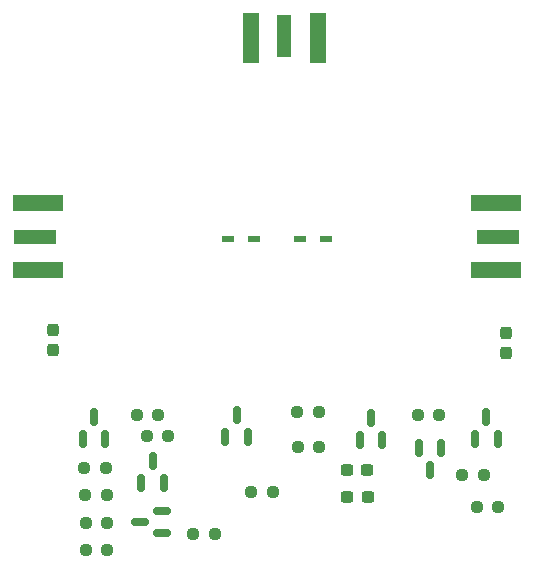
<source format=gbr>
%TF.GenerationSoftware,KiCad,Pcbnew,(6.0.2)*%
%TF.CreationDate,2022-11-21T15:36:14-08:00*%
%TF.ProjectId,tr_switch,74725f73-7769-4746-9368-2e6b69636164,rev?*%
%TF.SameCoordinates,PX4b94250PY699e930*%
%TF.FileFunction,Paste,Top*%
%TF.FilePolarity,Positive*%
%FSLAX46Y46*%
G04 Gerber Fmt 4.6, Leading zero omitted, Abs format (unit mm)*
G04 Created by KiCad (PCBNEW (6.0.2)) date 2022-11-21 15:36:14*
%MOMM*%
%LPD*%
G01*
G04 APERTURE LIST*
G04 Aperture macros list*
%AMRoundRect*
0 Rectangle with rounded corners*
0 $1 Rounding radius*
0 $2 $3 $4 $5 $6 $7 $8 $9 X,Y pos of 4 corners*
0 Add a 4 corners polygon primitive as box body*
4,1,4,$2,$3,$4,$5,$6,$7,$8,$9,$2,$3,0*
0 Add four circle primitives for the rounded corners*
1,1,$1+$1,$2,$3*
1,1,$1+$1,$4,$5*
1,1,$1+$1,$6,$7*
1,1,$1+$1,$8,$9*
0 Add four rect primitives between the rounded corners*
20,1,$1+$1,$2,$3,$4,$5,0*
20,1,$1+$1,$4,$5,$6,$7,0*
20,1,$1+$1,$6,$7,$8,$9,0*
20,1,$1+$1,$8,$9,$2,$3,0*%
G04 Aperture macros list end*
%ADD10R,1.100000X0.600000*%
%ADD11RoundRect,0.237500X0.300000X0.237500X-0.300000X0.237500X-0.300000X-0.237500X0.300000X-0.237500X0*%
%ADD12R,3.600000X1.270000*%
%ADD13R,4.200000X1.350000*%
%ADD14RoundRect,0.237500X0.250000X0.237500X-0.250000X0.237500X-0.250000X-0.237500X0.250000X-0.237500X0*%
%ADD15RoundRect,0.150000X0.150000X-0.587500X0.150000X0.587500X-0.150000X0.587500X-0.150000X-0.587500X0*%
%ADD16R,1.270000X3.600000*%
%ADD17R,1.350000X4.200000*%
%ADD18RoundRect,0.237500X0.237500X-0.300000X0.237500X0.300000X-0.237500X0.300000X-0.237500X-0.300000X0*%
%ADD19RoundRect,0.237500X-0.250000X-0.237500X0.250000X-0.237500X0.250000X0.237500X-0.250000X0.237500X0*%
%ADD20RoundRect,0.150000X0.587500X0.150000X-0.587500X0.150000X-0.587500X-0.150000X0.587500X-0.150000X0*%
%ADD21RoundRect,0.150000X-0.150000X0.587500X-0.150000X-0.587500X0.150000X-0.587500X0.150000X0.587500X0*%
G04 APERTURE END LIST*
D10*
%TO.C,D2*%
X24800000Y29850000D03*
X27000000Y29850000D03*
%TD*%
D11*
%TO.C,C2*%
X30562500Y8000000D03*
X28837500Y8000000D03*
%TD*%
D12*
%TO.C,J4*%
X2400000Y30000000D03*
D13*
X2600000Y32825000D03*
X2600000Y27175000D03*
%TD*%
D14*
%TO.C,R1*%
X17612500Y4850000D03*
X15787500Y4850000D03*
%TD*%
D15*
%TO.C,Q4*%
X29900000Y12825000D03*
X31800000Y12825000D03*
X30850000Y14700000D03*
%TD*%
D16*
%TO.C,J6*%
X23500000Y47037500D03*
D17*
X26325000Y46837500D03*
X20675000Y46837500D03*
%TD*%
D18*
%TO.C,C7*%
X42250000Y20137500D03*
X42250000Y21862500D03*
%TD*%
D14*
%TO.C,R13*%
X13662500Y13150000D03*
X11837500Y13150000D03*
%TD*%
D15*
%TO.C,Q3*%
X39650000Y12912500D03*
X41550000Y12912500D03*
X40600000Y14787500D03*
%TD*%
D19*
%TO.C,R12*%
X38537500Y9800000D03*
X40362500Y9800000D03*
%TD*%
%TO.C,R7*%
X6637500Y8150000D03*
X8462500Y8150000D03*
%TD*%
D11*
%TO.C,C1*%
X30512500Y10250000D03*
X28787500Y10250000D03*
%TD*%
D19*
%TO.C,R11*%
X24587500Y15200000D03*
X26412500Y15200000D03*
%TD*%
D15*
%TO.C,Q6*%
X6450000Y12912500D03*
X8350000Y12912500D03*
X7400000Y14787500D03*
%TD*%
D14*
%TO.C,R10*%
X12812500Y14950000D03*
X10987500Y14950000D03*
%TD*%
D10*
%TO.C,D1*%
X20950000Y29850000D03*
X18750000Y29850000D03*
%TD*%
D14*
%TO.C,R5*%
X41612500Y7100000D03*
X39787500Y7100000D03*
%TD*%
D19*
%TO.C,R4*%
X24637500Y12200000D03*
X26462500Y12200000D03*
%TD*%
%TO.C,R8*%
X6537500Y10400000D03*
X8362500Y10400000D03*
%TD*%
%TO.C,R2*%
X20675000Y8400000D03*
X22500000Y8400000D03*
%TD*%
D15*
%TO.C,Q7*%
X18500000Y13062500D03*
X20400000Y13062500D03*
X19450000Y14937500D03*
%TD*%
D12*
%TO.C,J7*%
X41600000Y30000000D03*
D13*
X41400000Y27175000D03*
X41400000Y32825000D03*
%TD*%
D15*
%TO.C,Q5*%
X11400000Y9162500D03*
X13300000Y9162500D03*
X12350000Y11037500D03*
%TD*%
D19*
%TO.C,R9*%
X34787500Y14900000D03*
X36612500Y14900000D03*
%TD*%
D20*
%TO.C,Q1*%
X13137500Y4900000D03*
X13137500Y6800000D03*
X11262500Y5850000D03*
%TD*%
D19*
%TO.C,R6*%
X6687500Y5800000D03*
X8512500Y5800000D03*
%TD*%
D14*
%TO.C,R3*%
X8525000Y3500000D03*
X6700000Y3500000D03*
%TD*%
D21*
%TO.C,Q2*%
X36800000Y12137500D03*
X34900000Y12137500D03*
X35850000Y10262500D03*
%TD*%
D18*
%TO.C,C3*%
X3900000Y20387500D03*
X3900000Y22112500D03*
%TD*%
M02*

</source>
